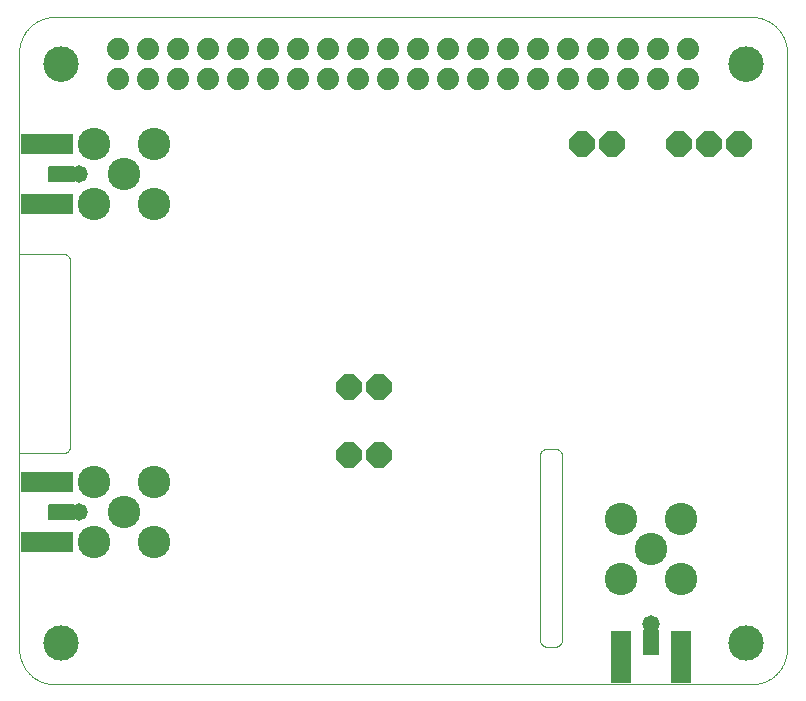
<source format=gbs>
G75*
%MOIN*%
%OFA0B0*%
%FSLAX25Y25*%
%IPPOS*%
%LPD*%
%AMOC8*
5,1,8,0,0,1.08239X$1,22.5*
%
%ADD10C,0.00000*%
%ADD11C,0.11824*%
%ADD12C,0.07400*%
%ADD13C,0.10800*%
%ADD14OC8,0.08400*%
%ADD15C,0.05800*%
%ADD16C,0.00530*%
%ADD17R,0.17800X0.06800*%
%ADD18R,0.06800X0.17800*%
D10*
X0067595Y0040744D02*
X0067595Y0239563D01*
X0067598Y0239848D01*
X0067609Y0240134D01*
X0067626Y0240419D01*
X0067650Y0240703D01*
X0067681Y0240987D01*
X0067719Y0241270D01*
X0067764Y0241551D01*
X0067815Y0241832D01*
X0067873Y0242112D01*
X0067938Y0242390D01*
X0068010Y0242666D01*
X0068088Y0242940D01*
X0068173Y0243213D01*
X0068265Y0243483D01*
X0068363Y0243751D01*
X0068467Y0244017D01*
X0068578Y0244280D01*
X0068695Y0244540D01*
X0068818Y0244798D01*
X0068948Y0245052D01*
X0069084Y0245303D01*
X0069225Y0245551D01*
X0069373Y0245795D01*
X0069526Y0246036D01*
X0069686Y0246272D01*
X0069851Y0246505D01*
X0070021Y0246734D01*
X0070197Y0246959D01*
X0070379Y0247179D01*
X0070565Y0247395D01*
X0070757Y0247606D01*
X0070954Y0247813D01*
X0071156Y0248015D01*
X0071363Y0248212D01*
X0071574Y0248404D01*
X0071790Y0248590D01*
X0072010Y0248772D01*
X0072235Y0248948D01*
X0072464Y0249118D01*
X0072697Y0249283D01*
X0072933Y0249443D01*
X0073174Y0249596D01*
X0073418Y0249744D01*
X0073666Y0249885D01*
X0073917Y0250021D01*
X0074171Y0250151D01*
X0074429Y0250274D01*
X0074689Y0250391D01*
X0074952Y0250502D01*
X0075218Y0250606D01*
X0075486Y0250704D01*
X0075756Y0250796D01*
X0076029Y0250881D01*
X0076303Y0250959D01*
X0076579Y0251031D01*
X0076857Y0251096D01*
X0077137Y0251154D01*
X0077418Y0251205D01*
X0077699Y0251250D01*
X0077982Y0251288D01*
X0078266Y0251319D01*
X0078550Y0251343D01*
X0078835Y0251360D01*
X0079121Y0251371D01*
X0079406Y0251374D01*
X0311690Y0251374D01*
X0311975Y0251371D01*
X0312261Y0251360D01*
X0312546Y0251343D01*
X0312830Y0251319D01*
X0313114Y0251288D01*
X0313397Y0251250D01*
X0313678Y0251205D01*
X0313959Y0251154D01*
X0314239Y0251096D01*
X0314517Y0251031D01*
X0314793Y0250959D01*
X0315067Y0250881D01*
X0315340Y0250796D01*
X0315610Y0250704D01*
X0315878Y0250606D01*
X0316144Y0250502D01*
X0316407Y0250391D01*
X0316667Y0250274D01*
X0316925Y0250151D01*
X0317179Y0250021D01*
X0317430Y0249885D01*
X0317678Y0249744D01*
X0317922Y0249596D01*
X0318163Y0249443D01*
X0318399Y0249283D01*
X0318632Y0249118D01*
X0318861Y0248948D01*
X0319086Y0248772D01*
X0319306Y0248590D01*
X0319522Y0248404D01*
X0319733Y0248212D01*
X0319940Y0248015D01*
X0320142Y0247813D01*
X0320339Y0247606D01*
X0320531Y0247395D01*
X0320717Y0247179D01*
X0320899Y0246959D01*
X0321075Y0246734D01*
X0321245Y0246505D01*
X0321410Y0246272D01*
X0321570Y0246036D01*
X0321723Y0245795D01*
X0321871Y0245551D01*
X0322012Y0245303D01*
X0322148Y0245052D01*
X0322278Y0244798D01*
X0322401Y0244540D01*
X0322518Y0244280D01*
X0322629Y0244017D01*
X0322733Y0243751D01*
X0322831Y0243483D01*
X0322923Y0243213D01*
X0323008Y0242940D01*
X0323086Y0242666D01*
X0323158Y0242390D01*
X0323223Y0242112D01*
X0323281Y0241832D01*
X0323332Y0241551D01*
X0323377Y0241270D01*
X0323415Y0240987D01*
X0323446Y0240703D01*
X0323470Y0240419D01*
X0323487Y0240134D01*
X0323498Y0239848D01*
X0323501Y0239563D01*
X0323501Y0040744D01*
X0323498Y0040459D01*
X0323487Y0040173D01*
X0323470Y0039888D01*
X0323446Y0039604D01*
X0323415Y0039320D01*
X0323377Y0039037D01*
X0323332Y0038756D01*
X0323281Y0038475D01*
X0323223Y0038195D01*
X0323158Y0037917D01*
X0323086Y0037641D01*
X0323008Y0037367D01*
X0322923Y0037094D01*
X0322831Y0036824D01*
X0322733Y0036556D01*
X0322629Y0036290D01*
X0322518Y0036027D01*
X0322401Y0035767D01*
X0322278Y0035509D01*
X0322148Y0035255D01*
X0322012Y0035004D01*
X0321871Y0034756D01*
X0321723Y0034512D01*
X0321570Y0034271D01*
X0321410Y0034035D01*
X0321245Y0033802D01*
X0321075Y0033573D01*
X0320899Y0033348D01*
X0320717Y0033128D01*
X0320531Y0032912D01*
X0320339Y0032701D01*
X0320142Y0032494D01*
X0319940Y0032292D01*
X0319733Y0032095D01*
X0319522Y0031903D01*
X0319306Y0031717D01*
X0319086Y0031535D01*
X0318861Y0031359D01*
X0318632Y0031189D01*
X0318399Y0031024D01*
X0318163Y0030864D01*
X0317922Y0030711D01*
X0317678Y0030563D01*
X0317430Y0030422D01*
X0317179Y0030286D01*
X0316925Y0030156D01*
X0316667Y0030033D01*
X0316407Y0029916D01*
X0316144Y0029805D01*
X0315878Y0029701D01*
X0315610Y0029603D01*
X0315340Y0029511D01*
X0315067Y0029426D01*
X0314793Y0029348D01*
X0314517Y0029276D01*
X0314239Y0029211D01*
X0313959Y0029153D01*
X0313678Y0029102D01*
X0313397Y0029057D01*
X0313114Y0029019D01*
X0312830Y0028988D01*
X0312546Y0028964D01*
X0312261Y0028947D01*
X0311975Y0028936D01*
X0311690Y0028933D01*
X0079406Y0028933D01*
X0079121Y0028936D01*
X0078835Y0028947D01*
X0078550Y0028964D01*
X0078266Y0028988D01*
X0077982Y0029019D01*
X0077699Y0029057D01*
X0077418Y0029102D01*
X0077137Y0029153D01*
X0076857Y0029211D01*
X0076579Y0029276D01*
X0076303Y0029348D01*
X0076029Y0029426D01*
X0075756Y0029511D01*
X0075486Y0029603D01*
X0075218Y0029701D01*
X0074952Y0029805D01*
X0074689Y0029916D01*
X0074429Y0030033D01*
X0074171Y0030156D01*
X0073917Y0030286D01*
X0073666Y0030422D01*
X0073418Y0030563D01*
X0073174Y0030711D01*
X0072933Y0030864D01*
X0072697Y0031024D01*
X0072464Y0031189D01*
X0072235Y0031359D01*
X0072010Y0031535D01*
X0071790Y0031717D01*
X0071574Y0031903D01*
X0071363Y0032095D01*
X0071156Y0032292D01*
X0070954Y0032494D01*
X0070757Y0032701D01*
X0070565Y0032912D01*
X0070379Y0033128D01*
X0070197Y0033348D01*
X0070021Y0033573D01*
X0069851Y0033802D01*
X0069686Y0034035D01*
X0069526Y0034271D01*
X0069373Y0034512D01*
X0069225Y0034756D01*
X0069084Y0035004D01*
X0068948Y0035255D01*
X0068818Y0035509D01*
X0068695Y0035767D01*
X0068578Y0036027D01*
X0068467Y0036290D01*
X0068363Y0036556D01*
X0068265Y0036824D01*
X0068173Y0037094D01*
X0068088Y0037367D01*
X0068010Y0037641D01*
X0067938Y0037917D01*
X0067873Y0038195D01*
X0067815Y0038475D01*
X0067764Y0038756D01*
X0067719Y0039037D01*
X0067681Y0039320D01*
X0067650Y0039604D01*
X0067626Y0039888D01*
X0067609Y0040173D01*
X0067598Y0040459D01*
X0067595Y0040744D01*
X0075863Y0042713D02*
X0075865Y0042861D01*
X0075871Y0043009D01*
X0075881Y0043157D01*
X0075895Y0043304D01*
X0075913Y0043451D01*
X0075934Y0043597D01*
X0075960Y0043743D01*
X0075990Y0043888D01*
X0076023Y0044032D01*
X0076061Y0044175D01*
X0076102Y0044317D01*
X0076147Y0044458D01*
X0076195Y0044598D01*
X0076248Y0044737D01*
X0076304Y0044874D01*
X0076364Y0045009D01*
X0076427Y0045143D01*
X0076494Y0045275D01*
X0076565Y0045405D01*
X0076639Y0045533D01*
X0076716Y0045659D01*
X0076797Y0045783D01*
X0076881Y0045905D01*
X0076968Y0046024D01*
X0077059Y0046141D01*
X0077153Y0046256D01*
X0077249Y0046368D01*
X0077349Y0046478D01*
X0077451Y0046584D01*
X0077557Y0046688D01*
X0077665Y0046789D01*
X0077776Y0046887D01*
X0077889Y0046983D01*
X0078005Y0047075D01*
X0078123Y0047164D01*
X0078244Y0047249D01*
X0078367Y0047332D01*
X0078492Y0047411D01*
X0078619Y0047487D01*
X0078748Y0047559D01*
X0078879Y0047628D01*
X0079012Y0047693D01*
X0079147Y0047754D01*
X0079283Y0047812D01*
X0079420Y0047867D01*
X0079559Y0047917D01*
X0079700Y0047964D01*
X0079841Y0048007D01*
X0079984Y0048047D01*
X0080128Y0048082D01*
X0080272Y0048114D01*
X0080418Y0048141D01*
X0080564Y0048165D01*
X0080711Y0048185D01*
X0080858Y0048201D01*
X0081005Y0048213D01*
X0081153Y0048221D01*
X0081301Y0048225D01*
X0081449Y0048225D01*
X0081597Y0048221D01*
X0081745Y0048213D01*
X0081892Y0048201D01*
X0082039Y0048185D01*
X0082186Y0048165D01*
X0082332Y0048141D01*
X0082478Y0048114D01*
X0082622Y0048082D01*
X0082766Y0048047D01*
X0082909Y0048007D01*
X0083050Y0047964D01*
X0083191Y0047917D01*
X0083330Y0047867D01*
X0083467Y0047812D01*
X0083603Y0047754D01*
X0083738Y0047693D01*
X0083871Y0047628D01*
X0084002Y0047559D01*
X0084131Y0047487D01*
X0084258Y0047411D01*
X0084383Y0047332D01*
X0084506Y0047249D01*
X0084627Y0047164D01*
X0084745Y0047075D01*
X0084861Y0046983D01*
X0084974Y0046887D01*
X0085085Y0046789D01*
X0085193Y0046688D01*
X0085299Y0046584D01*
X0085401Y0046478D01*
X0085501Y0046368D01*
X0085597Y0046256D01*
X0085691Y0046141D01*
X0085782Y0046024D01*
X0085869Y0045905D01*
X0085953Y0045783D01*
X0086034Y0045659D01*
X0086111Y0045533D01*
X0086185Y0045405D01*
X0086256Y0045275D01*
X0086323Y0045143D01*
X0086386Y0045009D01*
X0086446Y0044874D01*
X0086502Y0044737D01*
X0086555Y0044598D01*
X0086603Y0044458D01*
X0086648Y0044317D01*
X0086689Y0044175D01*
X0086727Y0044032D01*
X0086760Y0043888D01*
X0086790Y0043743D01*
X0086816Y0043597D01*
X0086837Y0043451D01*
X0086855Y0043304D01*
X0086869Y0043157D01*
X0086879Y0043009D01*
X0086885Y0042861D01*
X0086887Y0042713D01*
X0086885Y0042565D01*
X0086879Y0042417D01*
X0086869Y0042269D01*
X0086855Y0042122D01*
X0086837Y0041975D01*
X0086816Y0041829D01*
X0086790Y0041683D01*
X0086760Y0041538D01*
X0086727Y0041394D01*
X0086689Y0041251D01*
X0086648Y0041109D01*
X0086603Y0040968D01*
X0086555Y0040828D01*
X0086502Y0040689D01*
X0086446Y0040552D01*
X0086386Y0040417D01*
X0086323Y0040283D01*
X0086256Y0040151D01*
X0086185Y0040021D01*
X0086111Y0039893D01*
X0086034Y0039767D01*
X0085953Y0039643D01*
X0085869Y0039521D01*
X0085782Y0039402D01*
X0085691Y0039285D01*
X0085597Y0039170D01*
X0085501Y0039058D01*
X0085401Y0038948D01*
X0085299Y0038842D01*
X0085193Y0038738D01*
X0085085Y0038637D01*
X0084974Y0038539D01*
X0084861Y0038443D01*
X0084745Y0038351D01*
X0084627Y0038262D01*
X0084506Y0038177D01*
X0084383Y0038094D01*
X0084258Y0038015D01*
X0084131Y0037939D01*
X0084002Y0037867D01*
X0083871Y0037798D01*
X0083738Y0037733D01*
X0083603Y0037672D01*
X0083467Y0037614D01*
X0083330Y0037559D01*
X0083191Y0037509D01*
X0083050Y0037462D01*
X0082909Y0037419D01*
X0082766Y0037379D01*
X0082622Y0037344D01*
X0082478Y0037312D01*
X0082332Y0037285D01*
X0082186Y0037261D01*
X0082039Y0037241D01*
X0081892Y0037225D01*
X0081745Y0037213D01*
X0081597Y0037205D01*
X0081449Y0037201D01*
X0081301Y0037201D01*
X0081153Y0037205D01*
X0081005Y0037213D01*
X0080858Y0037225D01*
X0080711Y0037241D01*
X0080564Y0037261D01*
X0080418Y0037285D01*
X0080272Y0037312D01*
X0080128Y0037344D01*
X0079984Y0037379D01*
X0079841Y0037419D01*
X0079700Y0037462D01*
X0079559Y0037509D01*
X0079420Y0037559D01*
X0079283Y0037614D01*
X0079147Y0037672D01*
X0079012Y0037733D01*
X0078879Y0037798D01*
X0078748Y0037867D01*
X0078619Y0037939D01*
X0078492Y0038015D01*
X0078367Y0038094D01*
X0078244Y0038177D01*
X0078123Y0038262D01*
X0078005Y0038351D01*
X0077889Y0038443D01*
X0077776Y0038539D01*
X0077665Y0038637D01*
X0077557Y0038738D01*
X0077451Y0038842D01*
X0077349Y0038948D01*
X0077249Y0039058D01*
X0077153Y0039170D01*
X0077059Y0039285D01*
X0076968Y0039402D01*
X0076881Y0039521D01*
X0076797Y0039643D01*
X0076716Y0039767D01*
X0076639Y0039893D01*
X0076565Y0040021D01*
X0076494Y0040151D01*
X0076427Y0040283D01*
X0076364Y0040417D01*
X0076304Y0040552D01*
X0076248Y0040689D01*
X0076195Y0040828D01*
X0076147Y0040968D01*
X0076102Y0041109D01*
X0076061Y0041251D01*
X0076023Y0041394D01*
X0075990Y0041538D01*
X0075960Y0041683D01*
X0075934Y0041829D01*
X0075913Y0041975D01*
X0075895Y0042122D01*
X0075881Y0042269D01*
X0075871Y0042417D01*
X0075865Y0042565D01*
X0075863Y0042713D01*
X0082095Y0105933D02*
X0067595Y0105933D01*
X0067595Y0106433D01*
X0082095Y0105933D02*
X0082193Y0105935D01*
X0082291Y0105941D01*
X0082389Y0105950D01*
X0082486Y0105964D01*
X0082583Y0105981D01*
X0082679Y0106002D01*
X0082774Y0106027D01*
X0082868Y0106055D01*
X0082960Y0106088D01*
X0083052Y0106123D01*
X0083142Y0106163D01*
X0083230Y0106205D01*
X0083317Y0106252D01*
X0083401Y0106301D01*
X0083484Y0106354D01*
X0083564Y0106410D01*
X0083643Y0106470D01*
X0083719Y0106532D01*
X0083792Y0106597D01*
X0083863Y0106665D01*
X0083931Y0106736D01*
X0083996Y0106809D01*
X0084058Y0106885D01*
X0084118Y0106964D01*
X0084174Y0107044D01*
X0084227Y0107127D01*
X0084276Y0107211D01*
X0084323Y0107298D01*
X0084365Y0107386D01*
X0084405Y0107476D01*
X0084440Y0107568D01*
X0084473Y0107660D01*
X0084501Y0107754D01*
X0084526Y0107849D01*
X0084547Y0107945D01*
X0084564Y0108042D01*
X0084578Y0108139D01*
X0084587Y0108237D01*
X0084593Y0108335D01*
X0084595Y0108433D01*
X0084595Y0169933D01*
X0084593Y0170031D01*
X0084587Y0170129D01*
X0084578Y0170227D01*
X0084564Y0170324D01*
X0084547Y0170421D01*
X0084526Y0170517D01*
X0084501Y0170612D01*
X0084473Y0170706D01*
X0084440Y0170798D01*
X0084405Y0170890D01*
X0084365Y0170980D01*
X0084323Y0171068D01*
X0084276Y0171155D01*
X0084227Y0171239D01*
X0084174Y0171322D01*
X0084118Y0171402D01*
X0084058Y0171481D01*
X0083996Y0171557D01*
X0083931Y0171630D01*
X0083863Y0171701D01*
X0083792Y0171769D01*
X0083719Y0171834D01*
X0083643Y0171896D01*
X0083564Y0171956D01*
X0083484Y0172012D01*
X0083401Y0172065D01*
X0083317Y0172114D01*
X0083230Y0172161D01*
X0083142Y0172203D01*
X0083052Y0172243D01*
X0082960Y0172278D01*
X0082868Y0172311D01*
X0082774Y0172339D01*
X0082679Y0172364D01*
X0082583Y0172385D01*
X0082486Y0172402D01*
X0082389Y0172416D01*
X0082291Y0172425D01*
X0082193Y0172431D01*
X0082095Y0172433D01*
X0067595Y0172433D01*
X0075863Y0235626D02*
X0075865Y0235774D01*
X0075871Y0235922D01*
X0075881Y0236070D01*
X0075895Y0236217D01*
X0075913Y0236364D01*
X0075934Y0236510D01*
X0075960Y0236656D01*
X0075990Y0236801D01*
X0076023Y0236945D01*
X0076061Y0237088D01*
X0076102Y0237230D01*
X0076147Y0237371D01*
X0076195Y0237511D01*
X0076248Y0237650D01*
X0076304Y0237787D01*
X0076364Y0237922D01*
X0076427Y0238056D01*
X0076494Y0238188D01*
X0076565Y0238318D01*
X0076639Y0238446D01*
X0076716Y0238572D01*
X0076797Y0238696D01*
X0076881Y0238818D01*
X0076968Y0238937D01*
X0077059Y0239054D01*
X0077153Y0239169D01*
X0077249Y0239281D01*
X0077349Y0239391D01*
X0077451Y0239497D01*
X0077557Y0239601D01*
X0077665Y0239702D01*
X0077776Y0239800D01*
X0077889Y0239896D01*
X0078005Y0239988D01*
X0078123Y0240077D01*
X0078244Y0240162D01*
X0078367Y0240245D01*
X0078492Y0240324D01*
X0078619Y0240400D01*
X0078748Y0240472D01*
X0078879Y0240541D01*
X0079012Y0240606D01*
X0079147Y0240667D01*
X0079283Y0240725D01*
X0079420Y0240780D01*
X0079559Y0240830D01*
X0079700Y0240877D01*
X0079841Y0240920D01*
X0079984Y0240960D01*
X0080128Y0240995D01*
X0080272Y0241027D01*
X0080418Y0241054D01*
X0080564Y0241078D01*
X0080711Y0241098D01*
X0080858Y0241114D01*
X0081005Y0241126D01*
X0081153Y0241134D01*
X0081301Y0241138D01*
X0081449Y0241138D01*
X0081597Y0241134D01*
X0081745Y0241126D01*
X0081892Y0241114D01*
X0082039Y0241098D01*
X0082186Y0241078D01*
X0082332Y0241054D01*
X0082478Y0241027D01*
X0082622Y0240995D01*
X0082766Y0240960D01*
X0082909Y0240920D01*
X0083050Y0240877D01*
X0083191Y0240830D01*
X0083330Y0240780D01*
X0083467Y0240725D01*
X0083603Y0240667D01*
X0083738Y0240606D01*
X0083871Y0240541D01*
X0084002Y0240472D01*
X0084131Y0240400D01*
X0084258Y0240324D01*
X0084383Y0240245D01*
X0084506Y0240162D01*
X0084627Y0240077D01*
X0084745Y0239988D01*
X0084861Y0239896D01*
X0084974Y0239800D01*
X0085085Y0239702D01*
X0085193Y0239601D01*
X0085299Y0239497D01*
X0085401Y0239391D01*
X0085501Y0239281D01*
X0085597Y0239169D01*
X0085691Y0239054D01*
X0085782Y0238937D01*
X0085869Y0238818D01*
X0085953Y0238696D01*
X0086034Y0238572D01*
X0086111Y0238446D01*
X0086185Y0238318D01*
X0086256Y0238188D01*
X0086323Y0238056D01*
X0086386Y0237922D01*
X0086446Y0237787D01*
X0086502Y0237650D01*
X0086555Y0237511D01*
X0086603Y0237371D01*
X0086648Y0237230D01*
X0086689Y0237088D01*
X0086727Y0236945D01*
X0086760Y0236801D01*
X0086790Y0236656D01*
X0086816Y0236510D01*
X0086837Y0236364D01*
X0086855Y0236217D01*
X0086869Y0236070D01*
X0086879Y0235922D01*
X0086885Y0235774D01*
X0086887Y0235626D01*
X0086885Y0235478D01*
X0086879Y0235330D01*
X0086869Y0235182D01*
X0086855Y0235035D01*
X0086837Y0234888D01*
X0086816Y0234742D01*
X0086790Y0234596D01*
X0086760Y0234451D01*
X0086727Y0234307D01*
X0086689Y0234164D01*
X0086648Y0234022D01*
X0086603Y0233881D01*
X0086555Y0233741D01*
X0086502Y0233602D01*
X0086446Y0233465D01*
X0086386Y0233330D01*
X0086323Y0233196D01*
X0086256Y0233064D01*
X0086185Y0232934D01*
X0086111Y0232806D01*
X0086034Y0232680D01*
X0085953Y0232556D01*
X0085869Y0232434D01*
X0085782Y0232315D01*
X0085691Y0232198D01*
X0085597Y0232083D01*
X0085501Y0231971D01*
X0085401Y0231861D01*
X0085299Y0231755D01*
X0085193Y0231651D01*
X0085085Y0231550D01*
X0084974Y0231452D01*
X0084861Y0231356D01*
X0084745Y0231264D01*
X0084627Y0231175D01*
X0084506Y0231090D01*
X0084383Y0231007D01*
X0084258Y0230928D01*
X0084131Y0230852D01*
X0084002Y0230780D01*
X0083871Y0230711D01*
X0083738Y0230646D01*
X0083603Y0230585D01*
X0083467Y0230527D01*
X0083330Y0230472D01*
X0083191Y0230422D01*
X0083050Y0230375D01*
X0082909Y0230332D01*
X0082766Y0230292D01*
X0082622Y0230257D01*
X0082478Y0230225D01*
X0082332Y0230198D01*
X0082186Y0230174D01*
X0082039Y0230154D01*
X0081892Y0230138D01*
X0081745Y0230126D01*
X0081597Y0230118D01*
X0081449Y0230114D01*
X0081301Y0230114D01*
X0081153Y0230118D01*
X0081005Y0230126D01*
X0080858Y0230138D01*
X0080711Y0230154D01*
X0080564Y0230174D01*
X0080418Y0230198D01*
X0080272Y0230225D01*
X0080128Y0230257D01*
X0079984Y0230292D01*
X0079841Y0230332D01*
X0079700Y0230375D01*
X0079559Y0230422D01*
X0079420Y0230472D01*
X0079283Y0230527D01*
X0079147Y0230585D01*
X0079012Y0230646D01*
X0078879Y0230711D01*
X0078748Y0230780D01*
X0078619Y0230852D01*
X0078492Y0230928D01*
X0078367Y0231007D01*
X0078244Y0231090D01*
X0078123Y0231175D01*
X0078005Y0231264D01*
X0077889Y0231356D01*
X0077776Y0231452D01*
X0077665Y0231550D01*
X0077557Y0231651D01*
X0077451Y0231755D01*
X0077349Y0231861D01*
X0077249Y0231971D01*
X0077153Y0232083D01*
X0077059Y0232198D01*
X0076968Y0232315D01*
X0076881Y0232434D01*
X0076797Y0232556D01*
X0076716Y0232680D01*
X0076639Y0232806D01*
X0076565Y0232934D01*
X0076494Y0233064D01*
X0076427Y0233196D01*
X0076364Y0233330D01*
X0076304Y0233465D01*
X0076248Y0233602D01*
X0076195Y0233741D01*
X0076147Y0233881D01*
X0076102Y0234022D01*
X0076061Y0234164D01*
X0076023Y0234307D01*
X0075990Y0234451D01*
X0075960Y0234596D01*
X0075934Y0234742D01*
X0075913Y0234888D01*
X0075895Y0235035D01*
X0075881Y0235182D01*
X0075871Y0235330D01*
X0075865Y0235478D01*
X0075863Y0235626D01*
X0241095Y0104933D02*
X0241095Y0043933D01*
X0241097Y0043835D01*
X0241103Y0043737D01*
X0241112Y0043639D01*
X0241126Y0043542D01*
X0241143Y0043445D01*
X0241164Y0043349D01*
X0241189Y0043254D01*
X0241217Y0043160D01*
X0241250Y0043068D01*
X0241285Y0042976D01*
X0241325Y0042886D01*
X0241367Y0042798D01*
X0241414Y0042711D01*
X0241463Y0042627D01*
X0241516Y0042544D01*
X0241572Y0042464D01*
X0241632Y0042385D01*
X0241694Y0042309D01*
X0241759Y0042236D01*
X0241827Y0042165D01*
X0241898Y0042097D01*
X0241971Y0042032D01*
X0242047Y0041970D01*
X0242126Y0041910D01*
X0242206Y0041854D01*
X0242289Y0041801D01*
X0242373Y0041752D01*
X0242460Y0041705D01*
X0242548Y0041663D01*
X0242638Y0041623D01*
X0242730Y0041588D01*
X0242822Y0041555D01*
X0242916Y0041527D01*
X0243011Y0041502D01*
X0243107Y0041481D01*
X0243204Y0041464D01*
X0243301Y0041450D01*
X0243399Y0041441D01*
X0243497Y0041435D01*
X0243595Y0041433D01*
X0246095Y0041433D01*
X0246193Y0041435D01*
X0246291Y0041441D01*
X0246389Y0041450D01*
X0246486Y0041464D01*
X0246583Y0041481D01*
X0246679Y0041502D01*
X0246774Y0041527D01*
X0246868Y0041555D01*
X0246960Y0041588D01*
X0247052Y0041623D01*
X0247142Y0041663D01*
X0247230Y0041705D01*
X0247317Y0041752D01*
X0247401Y0041801D01*
X0247484Y0041854D01*
X0247564Y0041910D01*
X0247643Y0041970D01*
X0247719Y0042032D01*
X0247792Y0042097D01*
X0247863Y0042165D01*
X0247931Y0042236D01*
X0247996Y0042309D01*
X0248058Y0042385D01*
X0248118Y0042464D01*
X0248174Y0042544D01*
X0248227Y0042627D01*
X0248276Y0042711D01*
X0248323Y0042798D01*
X0248365Y0042886D01*
X0248405Y0042976D01*
X0248440Y0043068D01*
X0248473Y0043160D01*
X0248501Y0043254D01*
X0248526Y0043349D01*
X0248547Y0043445D01*
X0248564Y0043542D01*
X0248578Y0043639D01*
X0248587Y0043737D01*
X0248593Y0043835D01*
X0248595Y0043933D01*
X0248595Y0104933D01*
X0248593Y0105031D01*
X0248587Y0105129D01*
X0248578Y0105227D01*
X0248564Y0105324D01*
X0248547Y0105421D01*
X0248526Y0105517D01*
X0248501Y0105612D01*
X0248473Y0105706D01*
X0248440Y0105798D01*
X0248405Y0105890D01*
X0248365Y0105980D01*
X0248323Y0106068D01*
X0248276Y0106155D01*
X0248227Y0106239D01*
X0248174Y0106322D01*
X0248118Y0106402D01*
X0248058Y0106481D01*
X0247996Y0106557D01*
X0247931Y0106630D01*
X0247863Y0106701D01*
X0247792Y0106769D01*
X0247719Y0106834D01*
X0247643Y0106896D01*
X0247564Y0106956D01*
X0247484Y0107012D01*
X0247401Y0107065D01*
X0247317Y0107114D01*
X0247230Y0107161D01*
X0247142Y0107203D01*
X0247052Y0107243D01*
X0246960Y0107278D01*
X0246868Y0107311D01*
X0246774Y0107339D01*
X0246679Y0107364D01*
X0246583Y0107385D01*
X0246486Y0107402D01*
X0246389Y0107416D01*
X0246291Y0107425D01*
X0246193Y0107431D01*
X0246095Y0107433D01*
X0243595Y0107433D01*
X0243497Y0107431D01*
X0243399Y0107425D01*
X0243301Y0107416D01*
X0243204Y0107402D01*
X0243107Y0107385D01*
X0243011Y0107364D01*
X0242916Y0107339D01*
X0242822Y0107311D01*
X0242730Y0107278D01*
X0242638Y0107243D01*
X0242548Y0107203D01*
X0242460Y0107161D01*
X0242373Y0107114D01*
X0242289Y0107065D01*
X0242206Y0107012D01*
X0242126Y0106956D01*
X0242047Y0106896D01*
X0241971Y0106834D01*
X0241898Y0106769D01*
X0241827Y0106701D01*
X0241759Y0106630D01*
X0241694Y0106557D01*
X0241632Y0106481D01*
X0241572Y0106402D01*
X0241516Y0106322D01*
X0241463Y0106239D01*
X0241414Y0106155D01*
X0241367Y0106068D01*
X0241325Y0105980D01*
X0241285Y0105890D01*
X0241250Y0105798D01*
X0241217Y0105706D01*
X0241189Y0105612D01*
X0241164Y0105517D01*
X0241143Y0105421D01*
X0241126Y0105324D01*
X0241112Y0105227D01*
X0241103Y0105129D01*
X0241097Y0105031D01*
X0241095Y0104933D01*
X0304209Y0042713D02*
X0304211Y0042861D01*
X0304217Y0043009D01*
X0304227Y0043157D01*
X0304241Y0043304D01*
X0304259Y0043451D01*
X0304280Y0043597D01*
X0304306Y0043743D01*
X0304336Y0043888D01*
X0304369Y0044032D01*
X0304407Y0044175D01*
X0304448Y0044317D01*
X0304493Y0044458D01*
X0304541Y0044598D01*
X0304594Y0044737D01*
X0304650Y0044874D01*
X0304710Y0045009D01*
X0304773Y0045143D01*
X0304840Y0045275D01*
X0304911Y0045405D01*
X0304985Y0045533D01*
X0305062Y0045659D01*
X0305143Y0045783D01*
X0305227Y0045905D01*
X0305314Y0046024D01*
X0305405Y0046141D01*
X0305499Y0046256D01*
X0305595Y0046368D01*
X0305695Y0046478D01*
X0305797Y0046584D01*
X0305903Y0046688D01*
X0306011Y0046789D01*
X0306122Y0046887D01*
X0306235Y0046983D01*
X0306351Y0047075D01*
X0306469Y0047164D01*
X0306590Y0047249D01*
X0306713Y0047332D01*
X0306838Y0047411D01*
X0306965Y0047487D01*
X0307094Y0047559D01*
X0307225Y0047628D01*
X0307358Y0047693D01*
X0307493Y0047754D01*
X0307629Y0047812D01*
X0307766Y0047867D01*
X0307905Y0047917D01*
X0308046Y0047964D01*
X0308187Y0048007D01*
X0308330Y0048047D01*
X0308474Y0048082D01*
X0308618Y0048114D01*
X0308764Y0048141D01*
X0308910Y0048165D01*
X0309057Y0048185D01*
X0309204Y0048201D01*
X0309351Y0048213D01*
X0309499Y0048221D01*
X0309647Y0048225D01*
X0309795Y0048225D01*
X0309943Y0048221D01*
X0310091Y0048213D01*
X0310238Y0048201D01*
X0310385Y0048185D01*
X0310532Y0048165D01*
X0310678Y0048141D01*
X0310824Y0048114D01*
X0310968Y0048082D01*
X0311112Y0048047D01*
X0311255Y0048007D01*
X0311396Y0047964D01*
X0311537Y0047917D01*
X0311676Y0047867D01*
X0311813Y0047812D01*
X0311949Y0047754D01*
X0312084Y0047693D01*
X0312217Y0047628D01*
X0312348Y0047559D01*
X0312477Y0047487D01*
X0312604Y0047411D01*
X0312729Y0047332D01*
X0312852Y0047249D01*
X0312973Y0047164D01*
X0313091Y0047075D01*
X0313207Y0046983D01*
X0313320Y0046887D01*
X0313431Y0046789D01*
X0313539Y0046688D01*
X0313645Y0046584D01*
X0313747Y0046478D01*
X0313847Y0046368D01*
X0313943Y0046256D01*
X0314037Y0046141D01*
X0314128Y0046024D01*
X0314215Y0045905D01*
X0314299Y0045783D01*
X0314380Y0045659D01*
X0314457Y0045533D01*
X0314531Y0045405D01*
X0314602Y0045275D01*
X0314669Y0045143D01*
X0314732Y0045009D01*
X0314792Y0044874D01*
X0314848Y0044737D01*
X0314901Y0044598D01*
X0314949Y0044458D01*
X0314994Y0044317D01*
X0315035Y0044175D01*
X0315073Y0044032D01*
X0315106Y0043888D01*
X0315136Y0043743D01*
X0315162Y0043597D01*
X0315183Y0043451D01*
X0315201Y0043304D01*
X0315215Y0043157D01*
X0315225Y0043009D01*
X0315231Y0042861D01*
X0315233Y0042713D01*
X0315231Y0042565D01*
X0315225Y0042417D01*
X0315215Y0042269D01*
X0315201Y0042122D01*
X0315183Y0041975D01*
X0315162Y0041829D01*
X0315136Y0041683D01*
X0315106Y0041538D01*
X0315073Y0041394D01*
X0315035Y0041251D01*
X0314994Y0041109D01*
X0314949Y0040968D01*
X0314901Y0040828D01*
X0314848Y0040689D01*
X0314792Y0040552D01*
X0314732Y0040417D01*
X0314669Y0040283D01*
X0314602Y0040151D01*
X0314531Y0040021D01*
X0314457Y0039893D01*
X0314380Y0039767D01*
X0314299Y0039643D01*
X0314215Y0039521D01*
X0314128Y0039402D01*
X0314037Y0039285D01*
X0313943Y0039170D01*
X0313847Y0039058D01*
X0313747Y0038948D01*
X0313645Y0038842D01*
X0313539Y0038738D01*
X0313431Y0038637D01*
X0313320Y0038539D01*
X0313207Y0038443D01*
X0313091Y0038351D01*
X0312973Y0038262D01*
X0312852Y0038177D01*
X0312729Y0038094D01*
X0312604Y0038015D01*
X0312477Y0037939D01*
X0312348Y0037867D01*
X0312217Y0037798D01*
X0312084Y0037733D01*
X0311949Y0037672D01*
X0311813Y0037614D01*
X0311676Y0037559D01*
X0311537Y0037509D01*
X0311396Y0037462D01*
X0311255Y0037419D01*
X0311112Y0037379D01*
X0310968Y0037344D01*
X0310824Y0037312D01*
X0310678Y0037285D01*
X0310532Y0037261D01*
X0310385Y0037241D01*
X0310238Y0037225D01*
X0310091Y0037213D01*
X0309943Y0037205D01*
X0309795Y0037201D01*
X0309647Y0037201D01*
X0309499Y0037205D01*
X0309351Y0037213D01*
X0309204Y0037225D01*
X0309057Y0037241D01*
X0308910Y0037261D01*
X0308764Y0037285D01*
X0308618Y0037312D01*
X0308474Y0037344D01*
X0308330Y0037379D01*
X0308187Y0037419D01*
X0308046Y0037462D01*
X0307905Y0037509D01*
X0307766Y0037559D01*
X0307629Y0037614D01*
X0307493Y0037672D01*
X0307358Y0037733D01*
X0307225Y0037798D01*
X0307094Y0037867D01*
X0306965Y0037939D01*
X0306838Y0038015D01*
X0306713Y0038094D01*
X0306590Y0038177D01*
X0306469Y0038262D01*
X0306351Y0038351D01*
X0306235Y0038443D01*
X0306122Y0038539D01*
X0306011Y0038637D01*
X0305903Y0038738D01*
X0305797Y0038842D01*
X0305695Y0038948D01*
X0305595Y0039058D01*
X0305499Y0039170D01*
X0305405Y0039285D01*
X0305314Y0039402D01*
X0305227Y0039521D01*
X0305143Y0039643D01*
X0305062Y0039767D01*
X0304985Y0039893D01*
X0304911Y0040021D01*
X0304840Y0040151D01*
X0304773Y0040283D01*
X0304710Y0040417D01*
X0304650Y0040552D01*
X0304594Y0040689D01*
X0304541Y0040828D01*
X0304493Y0040968D01*
X0304448Y0041109D01*
X0304407Y0041251D01*
X0304369Y0041394D01*
X0304336Y0041538D01*
X0304306Y0041683D01*
X0304280Y0041829D01*
X0304259Y0041975D01*
X0304241Y0042122D01*
X0304227Y0042269D01*
X0304217Y0042417D01*
X0304211Y0042565D01*
X0304209Y0042713D01*
X0304209Y0235626D02*
X0304211Y0235774D01*
X0304217Y0235922D01*
X0304227Y0236070D01*
X0304241Y0236217D01*
X0304259Y0236364D01*
X0304280Y0236510D01*
X0304306Y0236656D01*
X0304336Y0236801D01*
X0304369Y0236945D01*
X0304407Y0237088D01*
X0304448Y0237230D01*
X0304493Y0237371D01*
X0304541Y0237511D01*
X0304594Y0237650D01*
X0304650Y0237787D01*
X0304710Y0237922D01*
X0304773Y0238056D01*
X0304840Y0238188D01*
X0304911Y0238318D01*
X0304985Y0238446D01*
X0305062Y0238572D01*
X0305143Y0238696D01*
X0305227Y0238818D01*
X0305314Y0238937D01*
X0305405Y0239054D01*
X0305499Y0239169D01*
X0305595Y0239281D01*
X0305695Y0239391D01*
X0305797Y0239497D01*
X0305903Y0239601D01*
X0306011Y0239702D01*
X0306122Y0239800D01*
X0306235Y0239896D01*
X0306351Y0239988D01*
X0306469Y0240077D01*
X0306590Y0240162D01*
X0306713Y0240245D01*
X0306838Y0240324D01*
X0306965Y0240400D01*
X0307094Y0240472D01*
X0307225Y0240541D01*
X0307358Y0240606D01*
X0307493Y0240667D01*
X0307629Y0240725D01*
X0307766Y0240780D01*
X0307905Y0240830D01*
X0308046Y0240877D01*
X0308187Y0240920D01*
X0308330Y0240960D01*
X0308474Y0240995D01*
X0308618Y0241027D01*
X0308764Y0241054D01*
X0308910Y0241078D01*
X0309057Y0241098D01*
X0309204Y0241114D01*
X0309351Y0241126D01*
X0309499Y0241134D01*
X0309647Y0241138D01*
X0309795Y0241138D01*
X0309943Y0241134D01*
X0310091Y0241126D01*
X0310238Y0241114D01*
X0310385Y0241098D01*
X0310532Y0241078D01*
X0310678Y0241054D01*
X0310824Y0241027D01*
X0310968Y0240995D01*
X0311112Y0240960D01*
X0311255Y0240920D01*
X0311396Y0240877D01*
X0311537Y0240830D01*
X0311676Y0240780D01*
X0311813Y0240725D01*
X0311949Y0240667D01*
X0312084Y0240606D01*
X0312217Y0240541D01*
X0312348Y0240472D01*
X0312477Y0240400D01*
X0312604Y0240324D01*
X0312729Y0240245D01*
X0312852Y0240162D01*
X0312973Y0240077D01*
X0313091Y0239988D01*
X0313207Y0239896D01*
X0313320Y0239800D01*
X0313431Y0239702D01*
X0313539Y0239601D01*
X0313645Y0239497D01*
X0313747Y0239391D01*
X0313847Y0239281D01*
X0313943Y0239169D01*
X0314037Y0239054D01*
X0314128Y0238937D01*
X0314215Y0238818D01*
X0314299Y0238696D01*
X0314380Y0238572D01*
X0314457Y0238446D01*
X0314531Y0238318D01*
X0314602Y0238188D01*
X0314669Y0238056D01*
X0314732Y0237922D01*
X0314792Y0237787D01*
X0314848Y0237650D01*
X0314901Y0237511D01*
X0314949Y0237371D01*
X0314994Y0237230D01*
X0315035Y0237088D01*
X0315073Y0236945D01*
X0315106Y0236801D01*
X0315136Y0236656D01*
X0315162Y0236510D01*
X0315183Y0236364D01*
X0315201Y0236217D01*
X0315215Y0236070D01*
X0315225Y0235922D01*
X0315231Y0235774D01*
X0315233Y0235626D01*
X0315231Y0235478D01*
X0315225Y0235330D01*
X0315215Y0235182D01*
X0315201Y0235035D01*
X0315183Y0234888D01*
X0315162Y0234742D01*
X0315136Y0234596D01*
X0315106Y0234451D01*
X0315073Y0234307D01*
X0315035Y0234164D01*
X0314994Y0234022D01*
X0314949Y0233881D01*
X0314901Y0233741D01*
X0314848Y0233602D01*
X0314792Y0233465D01*
X0314732Y0233330D01*
X0314669Y0233196D01*
X0314602Y0233064D01*
X0314531Y0232934D01*
X0314457Y0232806D01*
X0314380Y0232680D01*
X0314299Y0232556D01*
X0314215Y0232434D01*
X0314128Y0232315D01*
X0314037Y0232198D01*
X0313943Y0232083D01*
X0313847Y0231971D01*
X0313747Y0231861D01*
X0313645Y0231755D01*
X0313539Y0231651D01*
X0313431Y0231550D01*
X0313320Y0231452D01*
X0313207Y0231356D01*
X0313091Y0231264D01*
X0312973Y0231175D01*
X0312852Y0231090D01*
X0312729Y0231007D01*
X0312604Y0230928D01*
X0312477Y0230852D01*
X0312348Y0230780D01*
X0312217Y0230711D01*
X0312084Y0230646D01*
X0311949Y0230585D01*
X0311813Y0230527D01*
X0311676Y0230472D01*
X0311537Y0230422D01*
X0311396Y0230375D01*
X0311255Y0230332D01*
X0311112Y0230292D01*
X0310968Y0230257D01*
X0310824Y0230225D01*
X0310678Y0230198D01*
X0310532Y0230174D01*
X0310385Y0230154D01*
X0310238Y0230138D01*
X0310091Y0230126D01*
X0309943Y0230118D01*
X0309795Y0230114D01*
X0309647Y0230114D01*
X0309499Y0230118D01*
X0309351Y0230126D01*
X0309204Y0230138D01*
X0309057Y0230154D01*
X0308910Y0230174D01*
X0308764Y0230198D01*
X0308618Y0230225D01*
X0308474Y0230257D01*
X0308330Y0230292D01*
X0308187Y0230332D01*
X0308046Y0230375D01*
X0307905Y0230422D01*
X0307766Y0230472D01*
X0307629Y0230527D01*
X0307493Y0230585D01*
X0307358Y0230646D01*
X0307225Y0230711D01*
X0307094Y0230780D01*
X0306965Y0230852D01*
X0306838Y0230928D01*
X0306713Y0231007D01*
X0306590Y0231090D01*
X0306469Y0231175D01*
X0306351Y0231264D01*
X0306235Y0231356D01*
X0306122Y0231452D01*
X0306011Y0231550D01*
X0305903Y0231651D01*
X0305797Y0231755D01*
X0305695Y0231861D01*
X0305595Y0231971D01*
X0305499Y0232083D01*
X0305405Y0232198D01*
X0305314Y0232315D01*
X0305227Y0232434D01*
X0305143Y0232556D01*
X0305062Y0232680D01*
X0304985Y0232806D01*
X0304911Y0232934D01*
X0304840Y0233064D01*
X0304773Y0233196D01*
X0304710Y0233330D01*
X0304650Y0233465D01*
X0304594Y0233602D01*
X0304541Y0233741D01*
X0304493Y0233881D01*
X0304448Y0234022D01*
X0304407Y0234164D01*
X0304369Y0234307D01*
X0304336Y0234451D01*
X0304306Y0234596D01*
X0304280Y0234742D01*
X0304259Y0234888D01*
X0304241Y0235035D01*
X0304227Y0235182D01*
X0304217Y0235330D01*
X0304211Y0235478D01*
X0304209Y0235626D01*
D11*
X0309721Y0235626D03*
X0081375Y0235626D03*
X0081375Y0042713D03*
X0309721Y0042713D03*
D12*
X0290548Y0230626D03*
X0280548Y0230626D03*
X0270548Y0230626D03*
X0260548Y0230626D03*
X0250548Y0230626D03*
X0240548Y0230626D03*
X0230548Y0230626D03*
X0220548Y0230626D03*
X0210548Y0230626D03*
X0200548Y0230626D03*
X0190548Y0230626D03*
X0180548Y0230626D03*
X0170548Y0230626D03*
X0160548Y0230626D03*
X0150548Y0230626D03*
X0140548Y0230626D03*
X0130548Y0230626D03*
X0120548Y0230626D03*
X0110548Y0230626D03*
X0100548Y0230626D03*
X0100548Y0240626D03*
X0110548Y0240626D03*
X0120548Y0240626D03*
X0130548Y0240626D03*
X0140548Y0240626D03*
X0150548Y0240626D03*
X0160548Y0240626D03*
X0170548Y0240626D03*
X0180548Y0240626D03*
X0190548Y0240626D03*
X0200548Y0240626D03*
X0210548Y0240626D03*
X0220548Y0240626D03*
X0230548Y0240626D03*
X0240548Y0240626D03*
X0250548Y0240626D03*
X0260548Y0240626D03*
X0270548Y0240626D03*
X0280548Y0240626D03*
X0290548Y0240626D03*
D13*
X0112595Y0208933D03*
X0102595Y0198933D03*
X0092595Y0188933D03*
X0112595Y0188933D03*
X0092595Y0208933D03*
X0092595Y0096433D03*
X0102595Y0086433D03*
X0092595Y0076433D03*
X0112595Y0076433D03*
X0112595Y0096433D03*
X0268095Y0083933D03*
X0278095Y0073933D03*
X0268095Y0063933D03*
X0288095Y0063933D03*
X0288095Y0083933D03*
D14*
X0187595Y0105433D03*
X0177595Y0105433D03*
X0177595Y0127933D03*
X0187595Y0127933D03*
X0255095Y0208933D03*
X0265095Y0208933D03*
X0287595Y0208933D03*
X0297595Y0208933D03*
X0307595Y0208933D03*
D15*
X0278095Y0048933D03*
X0087595Y0086433D03*
X0087595Y0198933D03*
D16*
X0085859Y0201318D02*
X0077589Y0201318D01*
X0085859Y0201318D02*
X0085859Y0196548D01*
X0077589Y0196548D01*
X0077589Y0201318D01*
X0077589Y0197077D02*
X0085859Y0197077D01*
X0085859Y0197606D02*
X0077589Y0197606D01*
X0077589Y0198135D02*
X0085859Y0198135D01*
X0085859Y0198664D02*
X0077589Y0198664D01*
X0077589Y0199193D02*
X0085859Y0199193D01*
X0085859Y0199722D02*
X0077589Y0199722D01*
X0077589Y0200251D02*
X0085859Y0200251D01*
X0085859Y0200780D02*
X0077589Y0200780D01*
X0077589Y0201309D02*
X0085859Y0201309D01*
X0085859Y0088818D02*
X0077589Y0088818D01*
X0085859Y0088818D02*
X0085859Y0084048D01*
X0077589Y0084048D01*
X0077589Y0088818D01*
X0077589Y0084577D02*
X0085859Y0084577D01*
X0085859Y0085106D02*
X0077589Y0085106D01*
X0077589Y0085635D02*
X0085859Y0085635D01*
X0085859Y0086164D02*
X0077589Y0086164D01*
X0077589Y0086693D02*
X0085859Y0086693D01*
X0085859Y0087222D02*
X0077589Y0087222D01*
X0077589Y0087751D02*
X0085859Y0087751D01*
X0085859Y0088280D02*
X0077589Y0088280D01*
X0077589Y0088809D02*
X0085859Y0088809D01*
X0275710Y0047197D02*
X0275710Y0038927D01*
X0275710Y0047197D02*
X0280480Y0047197D01*
X0280480Y0038927D01*
X0275710Y0038927D01*
X0275710Y0039456D02*
X0280480Y0039456D01*
X0280480Y0039985D02*
X0275710Y0039985D01*
X0275710Y0040514D02*
X0280480Y0040514D01*
X0280480Y0041043D02*
X0275710Y0041043D01*
X0275710Y0041572D02*
X0280480Y0041572D01*
X0280480Y0042101D02*
X0275710Y0042101D01*
X0275710Y0042630D02*
X0280480Y0042630D01*
X0280480Y0043159D02*
X0275710Y0043159D01*
X0275710Y0043688D02*
X0280480Y0043688D01*
X0280480Y0044217D02*
X0275710Y0044217D01*
X0275710Y0044746D02*
X0280480Y0044746D01*
X0280480Y0045275D02*
X0275710Y0045275D01*
X0275710Y0045804D02*
X0280480Y0045804D01*
X0280480Y0046333D02*
X0275710Y0046333D01*
X0275710Y0046862D02*
X0280480Y0046862D01*
D17*
X0076845Y0076433D03*
X0076845Y0096433D03*
X0076845Y0188933D03*
X0076845Y0208933D03*
D18*
X0268095Y0038183D03*
X0288095Y0038183D03*
M02*

</source>
